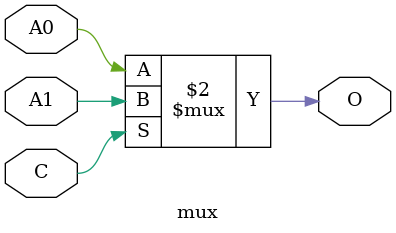
<source format=v>
module mux(A0, A1, C, O);

    input A0,A1,C;  //1001  // 1 0 // 0 1
    output O;

    assign O = (C == 1'b0) ? A0 : A1;

endmodule
</source>
